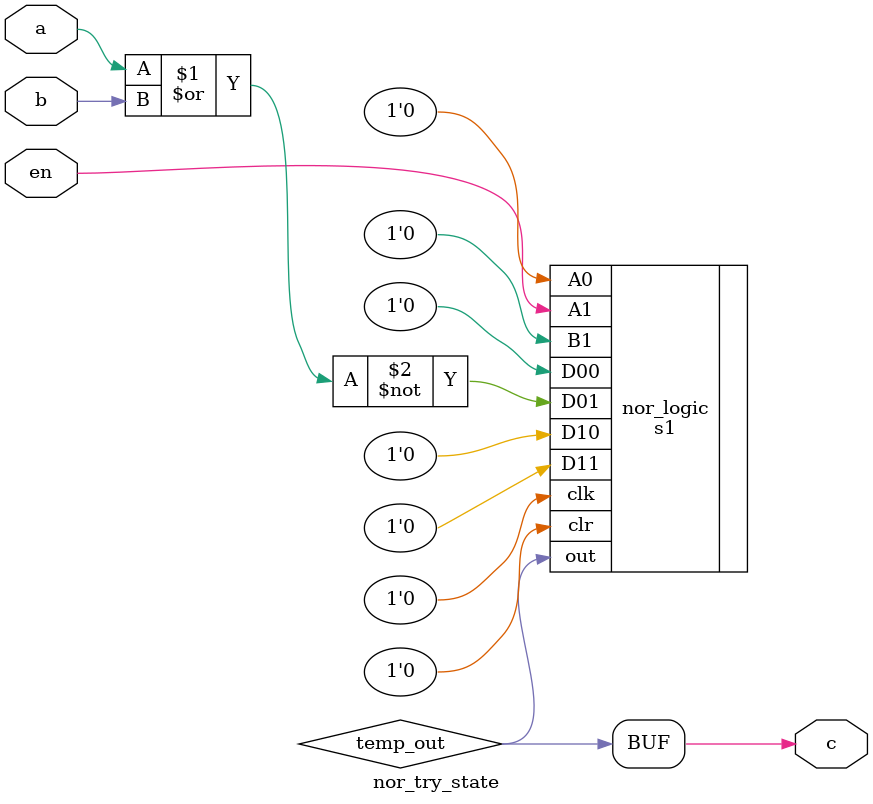
<source format=v>
module nor_try_state (
    input en,
    input a,
    input b,
    output c
);
    wire temp_out;

    s1 nor_logic(
        .D00(1'b0),
        .D01(~(a | b)),
        .D10(1'b0),
        .D11(1'b0),
        .A1(en),
        .B1(1'b0),
        .A0(1'b0),
        .clr(1'b0),
        .clk(1'b0),
        .out(temp_out)
    );

    assign c = temp_out;
endmodule
</source>
